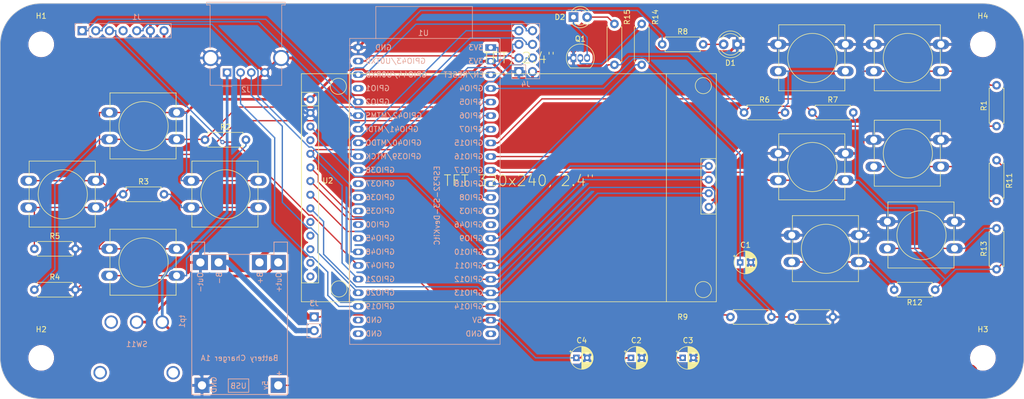
<source format=kicad_pcb>
(kicad_pcb (version 20221018) (generator pcbnew)
  (layers (0 "F.Cu" signal) (31 "B.Cu" signal) (34 "B.Paste" user) (35 "F.Paste" user) (36 "B.SilkS" user "B.Silkscreen") (37 "F.SilkS" user "F.Silkscreen") (38 "B.Mask" user) (39 "F.Mask" user) (44 "Edge.Cuts" user))
  (net 0 "")
  (net 2 "/BAT_CHARGE")
  (net 3 "Net-(tp1-5V)")
  (net 4 "/ESP_VCC")
  (net 5 "/I2S_LRC")
  (net 6 "/I2S_BCLK")
  (net 7 "/I2S_DIN")
  (net 9 "Net-(D2-K)")
  (net 10 "/C1101_GD00")
  (net 13 "/I2S_SD")
  (net 14 "/USB_D-")
  (net 15 "/USB_D+")
  (net 16 "/VBAT")
  (net 17 "/PAD_ADC")
  (net 18 "/MENU")
  (net 19 "/GP_Y")
  (net 20 "Net-(SW2A-D)")
  (net 21 "/GP_X")
  (net 22 "Net-(SW4A-D)")
  (net 25 "/VOL")
  (net 26 "/C1101_CS")
  (net 27 "/SPI3_SCK")
  (net 28 "/SPI3_MOSI")
  (net 30 "/SPI3_MISO")
  (net 31 "/C1101_GD02")
  (net 32 "Net-(SW8A-D)")
  (net 33 "/ACT_LED")
  (net 34 "Net-(SW9A-D)")
  (net 35 "Net-(SW10A-D)")
  (net 37 "Net-(SW11-B)")
  (net 38 "/TFT_DC")
  (net 39 "/SD_CS")
  (net 41 "/TFT_CS")
  (net 42 "/MOSI")
  (net 43 "/SCK")
  (net 44 "/MISO")
  (net 45 "/TFT_LED")
  (net 52 "GND")
  (net 53 "Net-(D1-A)")
  (net 54 "/+3.3V")
  (net 56 "Net-(D2-A)")
  (net 57 "Net-(Q1-B)")
  (net 58 "/IR")
  (net 63 "Net-(J3-Pin_2)")
  (footprint "MountingHole:MountingHole_4.3mm_M4" (layer "F.Cu") (at 223.52 88.9)
    (fp_text reference "H3")
    (fp_text value "MountingHole")
  )
  (footprint "MountingHole:MountingHole_4.3mm_M4" (layer "F.Cu") (at 223.52 30.48)
    (fp_text reference "H4")
    (fp_text value "MountingHole")
  )
  (footprint "MountingHole:MountingHole_4.3mm_M4" (layer "F.Cu") (at 48.26 30.48)
    (fp_text reference "H1")
    (fp_text value "MountingHole")
  )
  (footprint "Resistor_THT:R_Axial_DIN0207_L6.3mm_D2.5mm_P7.62mm_Horizontal" (layer "F.Cu") (at 163.83 30.48)
    (fp_text reference "R8")
    (fp_text value "10K")
  )
  (footprint "Resistor_THT:R_Axial_DIN0207_L6.3mm_D2.5mm_P7.62mm_Horizontal" (layer "F.Cu") (at 214.63 76.2 180)
    (fp_text reference "R12")
    (fp_text value "10K")
  )
  (footprint "Button_Switch_THT:SW_PUSH-12mm" (layer "F.Cu") (at 60.96 43.18)
    (fp_text reference "SW1" hide)
    (fp_text value "SW_Push_Dual_UP")
  )
  (footprint "Button_Switch_THT:SW_PUSH-12mm" (layer "F.Cu") (at 187.96 66.04)
    (fp_text reference "SW9" hide)
    (fp_text value "SW_Push_Dual_BTN_B")
  )
  (footprint "Resistor_THT:R_Axial_DIN0207_L6.3mm_D2.5mm_P7.62mm_Horizontal" (layer "F.Cu") (at 176.53 81.28)
    (fp_text reference "R9")
    (fp_text value "100K")
  )
  (footprint "footprints:TFT-320x240" (layer "F.Cu") (at 96.685 57.2 -90)
    (fp_text reference "U2")
    (fp_text value "TFT_320x240")
  )
  (footprint "Resistor_THT:R_Axial_DIN0207_L6.3mm_D2.5mm_P7.62mm_Horizontal" (layer "F.Cu") (at 46.99 76.2)
    (fp_text reference "R4")
    (fp_text value "10K")
  )
  (footprint "Package_TO_SOT_THT:TO-92_Inline" (layer "F.Cu") (at 147.32 33.02)
    (fp_text reference "Q1")
    (fp_text value "2N3904")
  )
  (footprint "Resistor_THT:R_Axial_DIN0207_L6.3mm_D2.5mm_P7.62mm_Horizontal" (layer "F.Cu") (at 63.5 58.42)
    (fp_text reference "R3")
    (fp_text value "10K")
  )
  (footprint "Button_Switch_THT:SW_PUSH-12mm" (layer "F.Cu") (at 203.2 48.26)
    (fp_text reference "SW8" hide)
    (fp_text value "SW_Push_Dual_START")
  )
  (footprint "Resistor_THT:R_Axial_DIN0207_L6.3mm_D2.5mm_P7.62mm_Horizontal" (layer "F.Cu") (at 191.77 43.18)
    (fp_text reference "R7")
    (fp_text value "10K")
  )
  (footprint "Button_Switch_THT:SW_PUSH-12mm" (layer "F.Cu") (at 60.96 68.58)
    (fp_text reference "SW2" hide)
    (fp_text value "SW_Push_Dual_DOWN")
  )
  (footprint "Resistor_THT:R_Axial_DIN0207_L6.3mm_D2.5mm_P7.62mm_Horizontal" (layer "F.Cu") (at 226.06 45.72 90)
    (fp_text reference "R1")
    (fp_text value "10K")
  )
  (footprint "Resistor_THT:R_Axial_DIN0207_L6.3mm_D2.5mm_P7.62mm_Horizontal" (layer "F.Cu") (at 226.06 52.07 -90)
    (fp_text reference "R11")
    (fp_text value "5K")
  )
  (footprint "Resistor_THT:R_Axial_DIN0207_L6.3mm_D2.5mm_P7.62mm_Horizontal" (layer "F.Cu") (at 187.96 81.28)
    (fp_text reference "R10" hide)
    (fp_text value "100K")
  )
  (footprint "Capacitor_THT:CP_Radial_D4.0mm_P2.00mm" (layer "F.Cu") (at 158.02 88.9)
    (fp_text reference "C2")
    (fp_text value "4.7u")
  )
  (footprint "Resistor_THT:R_Axial_DIN0207_L6.3mm_D2.5mm_P7.62mm_Horizontal" (layer "F.Cu") (at 179.07 43.18)
    (fp_text reference "R6")
    (fp_text value "10K")
  )
  (footprint "Button_Switch_THT:SW_PUSH-12mm" (layer "F.Cu") (at 203.2 30.48)
    (fp_text reference "SW5" hide)
    (fp_text value "SW_Push_Dual_MENU")
  )
  (footprint "Resistor_THT:R_Axial_DIN0207_L6.3mm_D2.5mm_P7.62mm_Horizontal" (layer "F.Cu") (at 78.74 48.26)
    (fp_text reference "R2")
    (fp_text value "10K")
  )
  (footprint "LED_THT:LED_D3.0mm_IRBlack" (layer "F.Cu") (at 147.32 25.4)
    (fp_text reference "D2")
    (fp_text value "SFH4346")
  )
  (footprint "Button_Switch_THT:SW_PUSH-12mm" (layer "F.Cu") (at 185.42 30.48)
    (fp_text reference "SW6" hide)
    (fp_text value "SW_Push_VOLUME")
  )
  (footprint "Button_Switch_THT:SW_PUSH-12mm" (layer "F.Cu") (at 76.2 55.88)
    (fp_text reference "SW4" hide)
    (fp_text value "SW_Push_Dual_RIGHT")
  )
  (footprint "Resistor_THT:R_Axial_DIN0207_L6.3mm_D2.5mm_P7.62mm_Horizontal" (layer "F.Cu") (at 46.99 68.58)
    (fp_text reference "R5")
    (fp_text value "10K")
  )
  (footprint "Capacitor_THT:CP_Radial_D4.0mm_P2.00mm" (layer "F.Cu") (at 147.86 88.9)
    (fp_text reference "C4")
    (fp_text value "100nF")
  )
  (footprint "MountingHole:MountingHole_4.3mm_M4" (layer "F.Cu") (at 48.26 88.9)
    (fp_text reference "H2")
    (fp_text value "MountingHole")
  )
  (footprint "LED_THT:LED_D4.0mm" (layer "F.Cu") (at 177.8 30.48 180)
    (fp_text reference "D1")
    (fp_text value "LED")
  )
  (footprint "Capacitor_THT:CP_Radial_D4.0mm_P2.00mm" (layer "F.Cu") (at 178.34 71.12)
    (fp_text reference "C1")
    (fp_text value "100nF")
  )
  (footprint "Resistor_THT:R_Axial_DIN0207_L6.3mm_D2.5mm_P7.62mm_Horizontal" (layer "F.Cu") (at 154.94 26.67 -90)
    (fp_text reference "R15")
    (fp_text value "20")
  )
  (footprint "Resistor_THT:R_Axial_DIN0207_L6.3mm_D2.5mm_P7.62mm_Horizontal" (layer "F.Cu") (at 226.06 72.39 90)
    (fp_text reference "R13")
    (fp_text value "50K")
  )
  (footprint "Button_Switch_THT:SW_PUSH-12mm" (layer "F.Cu") (at 205.74 63.5)
    (fp_text reference "SW10" hide)
    (fp_text value "SW_Push_Dual_BTN_A")
  )
  (footprint "Button_Switch_THT:SW_PUSH-12mm" (layer "F.Cu") (at 45.92 55.88)
    (fp_text reference "SW3" hide)
    (fp_text value "SW_Push_Dual_LEFT")
  )
  (footprint "Capacitor_THT:CP_Radial_D4.0mm_P2.00mm" (layer "F.Cu") (at 167.64 88.9)
    (fp_text reference "C3")
    (fp_text value "1u")
  )
  (footprint "Button_Switch_THT:SW_PUSH-12mm" (layer "F.Cu") (at 185.42 50.8)
    (fp_text reference "SW7" hide)
    (fp_text value "SW_Push_Dual_SELECT" hide)
  )
  (footprint "Resistor_THT:R_Axial_DIN0207_L6.3mm_D2.5mm_P7.62mm_Horizontal" (layer "F.Cu") (at 160.02 26.67 -90)
    (fp_text reference "R14")
    (fp_text value "300")
  )
  (footprint "Connector_PinHeader_2.54mm:PinHeader_1x07_P2.54mm_Vertical" (layer "B.Cu") (at 55.88 27.94 -90)
    (fp_text reference "J1")
    (fp_text value "Conn_01x07_I2S")
  )
  (footprint "Connector_USB:USB_A_Molex_67643_Horizontal" (layer "B.Cu") (at 82.86 35.73)
    (fp_text reference "J2")
    (fp_text value "USB_A")
  )
  (footprint "footprints:TP4056-18650" (layer "B.Cu") (at 94.08 95.72 90)
    (fp_text reference "tp1")
    (fp_text value "~" hide)
  )
  (footprint "Connector_PinHeader_2.54mm:PinHeader_2x04_P2.54mm_Vertical" (layer "B.Cu") (at 137.16 35.56)
    (fp_text reference "J4")
    (fp_text value "Conn_02x04_C1101")
  )
  (footprint "Connector_PinHeader_2.54mm:PinHeader_1x02_P2.54mm_Vertical" (layer "B.Cu") (at 99.06 81.28 180)
    (fp_text reference "J3")
    (fp_text value "Conn_01x02")
  )
  (footprint "footprints:ESP32-S3-DevKitC-Ali" (layer "B.Cu") (at 132.08 30.48 180)
    (fp_text reference "U1")
    (fp_text value "ESP32-S3-DevKitC")
  )
  (footprint "Button_Switch_THT:Switch_Angled_5mm" (layer "B.Cu") (at 72.44 91.76 180)
    (fp_text reference "SW11")
    (fp_text value "SW_SPDT")
  )
  (gr_arc (start 231.14 88.9) (mid 228.908154 94.288154) (end 223.52 96.52) (stroke (width 0.1)) (layer "Edge.Cuts"))
  (gr_line (start 40.64 88.9) (end 40.64 30.48) (stroke (width 0.1)) (layer "Edge.Cuts"))
  (gr_line (start 231.14 30.48) (end 231.14 88.9) (stroke (width 0.1)) (layer "Edge.Cuts"))
  (gr_arc (start 40.64 30.48) (mid 42.871846 25.091846) (end 48.26 22.86) (stroke (width 0.1)) (layer "Edge.Cuts"))
  (gr_arc (start 48.26 96.52) (mid 42.871846 94.288154) (end 40.64 88.9) (stroke (width 0.1)) (layer "Edge.Cuts"))
  (gr_arc (start 223.52 22.86) (mid 228.908154 25.091846) (end 231.14 30.48) (stroke (width 0.1)) (layer "Edge.Cuts"))
  (gr_line (start 48.26 22.86) (end 223.52 22.86) (stroke (width 0.1)) (layer "Edge.Cuts"))
  (gr_line (start 223.52 96.52) (end 48.26 96.52) (stroke (width 0.1)) (layer "Edge.Cuts"))
  (gr_text "Ma®iunder One" (at 182.88 93.98) (layer "F.Cu") (effects (font (size 4 3.2) (thickness 0.64) bold) (justify left bottom)))
  (segment (start 187.96 81.28) (end 184.15 81.28) (width 0.25) (layer "F.Cu") (net 2))
  (segment (start 152.941 38.69) (end 158.477 33.1538) (width 0.25) (layer "B.Cu") (net 2))
  (segment (start 178.34 71.12) (end 178.34 74.3431) (width 0.25) (layer "B.Cu") (net 2))
  (segment (start 131.92 38.69) (end 152.941 38.69) (width 0.25) (layer "B.Cu") (net 2))
  (segment (start 158.477 33.1538) (end 160.48 33.1538) (width 0.25) (layer "B.Cu") (net 2))
  (segment (start 160.48 33.1538) (end 178.34 51.0143) (width 0.25) (layer "B.Cu") (net 2))
  (segment (start 178.34 51.0143) (end 178.34 71.12) (width 0.25) (layer "B.Cu") (net 2))
  (segment (start 178.34 74.3431) (end 184.15 80.1531) (width 0.25) (layer "B.Cu") (net 2))
  (segment (start 184.15 80.1531) (end 184.15 81.28) (width 0.25) (layer "B.Cu") (net 2))
  (segment (start 158.02 88.9) (end 157.093 88.9) (width 0.25) (layer "F.Cu") (net 3))
  (segment (start 151.973 94.02) (end 92.38 94.02) (width 0.25) (layer "F.Cu") (net 3))
  (segment (start 157.093 88.9) (end 151.973 94.02) (width 0.25) (layer "F.Cu") (net 3))
  (segment (start 166.713 88.9) (end 167.64 88.9) (width 0.25) (layer "F.Cu") (net 4))
  (segment (start 148.787 88.6393) (end 151.066 86.36) (width 0.25) (layer "F.Cu") (net 4))
  (segment (start 126.104 86.36) (end 130.597 81.8673) (width 0.5) (layer "F.Cu") (net 4))
  (segment (start 148.787 88.9) (end 148.787 88.6393) (width 0.25) (layer "F.Cu") (net 4))
  (segment (start 74.91 86.36) (end 126.104 86.36) (width 0.5) (layer "F.Cu") (net 4))
  (segment (start 130.597 81.8673) (end 131.9237 81.8673) (width 0.5) (layer "F.Cu") (net 4))
  (segment (start 164.173 86.36) (end 166.713 88.9) (width 0.25) (layer "F.Cu") (net 4))
  (segment (start 147.86 88.9) (end 148.787 88.9) (width 0.25) (layer "F.Cu") (net 4))
  (segment (start 151.066 86.36) (end 164.173 86.36) (width 0.25) (layer "F.Cu") (net 4))
  (segment (start 70.79 82.24) (end 74.91 86.36) (width 0.5) (layer "F.Cu") (net 4))
  (segment (start 82.86 61.856) (end 82.86 35.73) (width 0.5) (layer "B.Cu") (net 4))
  (segment (start 140.283 88.9) (end 147.86 88.9) (width 0.25) (layer "B.Cu") (net 4))
  (segment (start 70.79 82.24) (end 70.79 73.926) (width 0.5) (layer "B.Cu") (net 4))
  (segment (start 70.79 73.926) (end 71.486 73.23) (width 0.5) (layer "B.Cu") (net 4))
  (segment (start 72.511 72.205) (end 82.86 61.856) (width 0.5) (layer "B.Cu") (net 4))
  (segment (start 71.486 73.23) (end 71.486 73.0105) (width 0.5) (layer "B.Cu") (net 4))
  (segment (start 72.2915 72.205) (end 72.511 72.205) (width 0.5) (layer "B.Cu") (net 4))
  (segment (start 131.924 81.8673) (end 133.251 81.8673) (width 0.25) (layer "B.Cu") (net 4))
  (segment (start 71.486 73.0105) (end 72.2915 72.205) (width 0.5) (layer "B.Cu") (net 4))
  (segment (start 133.251 81.8673) (end 140.283 88.9) (width 0.25) (layer "B.Cu") (net 4))
  (segment (start 107.26 46.29) (end 108.591 44.9593) (width 0.25) (layer "B.Cu") (net 5))
  (segment (start 108.591 43.3315) (end 107.739 42.48) (width 0.25) (layer "B.Cu") (net 5))
  (segment (start 57.0569 27.5722) (end 57.0569 27.94) (width 0.25) (layer "B.Cu") (net 5))
  (segment (start 108.591 44.9593) (end 108.591 43.3315) (width 0.25) (layer "B.Cu") (net 5))
  (segment (start 106.73 42.48) (end 90.0462 25.7964) (width 0.25) (layer "B.Cu") (net 5))
  (segment (start 107.739 42.48) (end 106.73 42.48) (width 0.25) (layer "B.Cu") (net 5))
  (segment (start 90.0462 25.7964) (end 58.8327 25.7964) (width 0.25) (layer "B.Cu") (net 5))
  (segment (start 58.8327 25.7964) (end 57.0569 27.5722) (width 0.25) (layer "B.Cu") (net 5))
  (segment (start 57.0569 27.94) (end 55.88 27.94) (width 0.25) (layer "B.Cu") (net 5))
  (segment (start 107.26 43.75) (end 105.933 43.75) (width 0.25) (layer "B.Cu") (net 6))
  (segment (start 88.788 26.2732) (end 60.8979 26.2732) (width 0.25) (layer "B.Cu") (net 6))
  (segment (start 59.5969 27.94) (end 58.42 27.94) (width 0.25) (layer "B.Cu") (net 6))
  (segment (start 59.5969 27.5742) (end 59.5969 27.94) (width 0.25) (layer "B.Cu") (net 6))
  (segment (start 105.933 43.4183) (end 88.788 26.2732) (width 0.25) (layer "B.Cu") (net 6))
  (segment (start 105.933 43.75) (end 105.933 43.4183) (width 0.25) (layer "B.Cu") (net 6))
  (segment (start 60.8979 26.2732) (end 59.5969 27.5742) (width 0.25) (layer "B.Cu") (net 6))
  (segment (start 84.4613 48.6955) (end 82.0027 48.6955) (width 0.25) (layer "F.Cu") (net 7))
  (segment (start 98.0758 62.31) (end 84.4613 48.6955) (width 0.25) (layer "F.Cu") (net 7))
  (segment (start 104.14 68.58) (end 104.14 67.7959) (width 0.25) (layer "F.Cu") (net 7))
  (segment (start 98.6541 62.31) (end 98.0758 62.31) (width 0.25) (layer "F.Cu") (net 7))
  (segment (start 107.26 71.69) (end 107.25 71.69) (width 0.25) (layer "F.Cu") (net 7))
  (segment (start 107.25 71.69) (end 104.14 68.58) (width 0.25) (layer "F.Cu") (net 7))
  (segment (start 104.14 67.7959) (end 98.6541 62.31) (width 0.25) (layer "F.Cu") (net 7))
  (via (at 82.0027 48.6955) (size 0.8) (drill 0.4) (layers "F.Cu" "B.Cu") (net 7))
  (segment (start 62.1369 27.94) (end 60.96 27.94) (width 0.25) (layer "B.Cu") (net 7))
  (segment (start 62.1369 28.8297) (end 62.1369 27.94) (width 0.25) (layer "B.Cu") (net 7))
  (segment (start 82.0027 48.6955) (end 62.1369 28.8297) (width 0.25) (layer "B.Cu") (net 7))
  (segment (start 147.32 25.4) (end 147.32 26.6269) (width 0.25) (layer "B.Cu") (net 9))
  (segment (start 147.32 26.6269) (end 149.86 29.1669) (width 0.25) (layer "B.Cu") (net 9))
  (segment (start 149.86 29.1669) (end 149.86 33.02) (width 0.25) (layer "B.Cu") (net 9))
  (segment (start 109.555 32.6216) (end 135.585 32.6216) (width 0.25) (layer "F.Cu") (net 10))
  (segment (start 108.587 33.59) (end 109.555 32.6216) (width 0.25) (layer "F.Cu") (net 10))
  (segment (start 135.983 33.02) (end 137.16 33.02) (width 0.25) (layer "F.Cu") (net 10))
  (segment (start 135.585 32.6216) (end 135.983 33.02) (width 0.25) (layer "F.Cu") (net 10))
  (segment (start 107.26 33.59) (end 108.587 33.59) (width 0.25) (layer "F.Cu") (net 10))
  (segment (start 79.9949 26.7448) (end 68.0463 26.7448) (width 0.25) (layer "B.Cu") (net 13))
  (segment (start 98.6313 49.61) (end 98.0895 49.61) (width 0.25) (layer "B.Cu") (net 13))
  (segment (start 105.933 69.15) (end 105.933 56.9118) (width 0.25) (layer "B.Cu") (net 13))
  (segment (start 67.2169 27.5742) (end 67.2169 27.94) (width 0.25) (layer "B.Cu") (net 13))
  (segment (start 107.26 69.15) (end 105.933 69.15) (width 0.25) (layer "B.Cu") (net 13))
  (segment (start 88.61 40.1305) (end 88.61 35.3599) (width 0.25) (layer "B.Cu") (net 13))
  (segment (start 105.933 56.9118) (end 98.6313 49.61) (width 0.25) (layer "B.Cu") (net 13))
  (segment (start 98.0895 49.61) (end 88.61 40.1305) (width 0.25) (layer "B.Cu") (net 13))
  (segment (start 88.61 35.3599) (end 79.9949 26.7448) (width 0.25) (layer "B.Cu") (net 13))
  (segment (start 68.0463 26.7448) (end 67.2169 27.5742) (width 0.25) (layer "B.Cu") (net 13))
  (segment (start 67.2169 27.94) (end 66.04 27.94) (width 0.25) (layer "B.Cu") (net 13))
  (segment (start 91.7131 47.8837) (end 91.7131 63.5555) (width 0.25) (layer "B.Cu") (net 14))
  (segment (start 91.7131 63.5555) (end 98.2469 70.0893) (width 0.25) (layer "B.Cu") (net 14))
  (segment (start 98.7673 70.0893) (end 101.6 72.922) (width 0.25) (layer "B.Cu") (net 14))
  (segment (start 101.6 77.2551) (end 103.655 79.31) (width 0.25) (layer "B.Cu") (net 14))
  (segment (start 103.655 79.31) (end 107.26 79.31) (width 0.25) (layer "B.Cu") (net 14))
  (segment (start 85.36 41.5306) (end 91.7131 47.8837) (width 0.25) (layer "B.Cu") (net 14))
  (segment (start 101.6 72.922) (end 101.6 77.2551) (width 0.25) (layer "B.Cu") (net 14))
  (segment (start 85.36 35.73) (end 85.36 41.5306) (width 0.25) (layer "B.Cu") (net 14))
  (segment (start 98.2469 70.0893) (end 98.7673 70.0893) (width 0.25) (layer "B.Cu") (net 14))
  (segment (start 98.4912 64.7099) (end 99.7826 66.0013) (width 0.25) (layer "B.Cu") (net 15))
  (segment (start 87.36 39.9664) (end 93.1332 45.7396) (width 0.25) (layer "B.Cu") (net 15))
  (segment (start 93.1332 59.9031) (end 97.94 64.7099) (width 0.25) (layer "B.Cu") (net 15))
  (segment (start 99.7826 69.2926) (end 107.26 76.77) (width 0.25) (layer "B.Cu") (net 15))
  (segment (start 99.7826 66.0013) (end 99.7826 69.2926) (width 0.25) (layer "B.Cu") (net 15))
  (segment (start 97.94 64.7099) (end 98.4912 64.7099) (width 0.25) (layer "B.Cu") (net 15))
  (segment (start 93.1332 45.7396) (end 93.1332 59.9031) (width 0.25) (layer "B.Cu") (net 15))
  (segment (start 87.36 35.73) (end 87.36 39.9664) (width 0.25) (layer "B.Cu") (net 15))
  (segment (start 93.98 68.58) (end 90.72 68.58) (width 1) (layer "F.Cu") (net 16))
  (segment (start 99.06 81.28) (end 97.96 81.28) (width 1) (layer "F.Cu") (net 16))
  (segment (start 88.88 70.42) (end 88.88 71.12) (width 1) (layer "F.Cu") (net 16))
  (segment (start 100.237 81.28) (end 99.06 81.28) (width 0.25) (layer "F.Cu") (net 16))
  (segment (start 96.52 71.12) (end 93.98 68.58) (width 1) (layer "F.Cu") (net 16))
  (segment (start 100.612 80.905) (end 100.237 81.28) (width 0.25) (layer "F.Cu") (net 16))
  (segment (start 176.53 81.28) (end 176.155 80.905) (width 0.25) (layer "F.Cu") (net 16))
  (segment (start 97.96 81.28) (end 96.52 79.84) (width 1) (layer "F.Cu") (net 16))
  (segment (start 90.72 68.58) (end 88.88 70.42) (width 1) (layer "F.Cu") (net 16))
  (segment (start 96.52 79.84) (end 96.52 71.12) (width 1) (layer "F.Cu") (net 16))
  (segment (start 176.155 80.905) (end 100.612 80.905) (width 0.25) (layer "F.Cu") (net 16))
  (segment (start 228.6 54.61) (end 228.6 69.85) (width 0.25) (layer "F.Cu") (net 17))
  (segment (start 185.42 55.8) (end 183.569 55.8) (width 0.25) (layer "F.Cu") (net 17))
  (segment (start 197.92 55.8) (end 185.42 55.8) (width 0.25) (layer "F.Cu") (net 17))
  (segment (start 133.247 53.93) (end 131.92 53.93) (width 0.25) (layer "F.Cu") (net 17))
  (segment (start 182.083 54.3142) (end 133.631 54.3142) (width 0.25) (layer "F.Cu") (net 17))
  (segment (start 226.06 52.07) (end 228.6 54.61) (width 0.25) (layer "F.Cu") (net 17))
  (segment (start 228.6 69.85) (end 226.06 72.39) (width 0.25) (layer "F.Cu") (net 17))
  (segment (start 183.569 55.8) (end 182.083 54.3142) (width 0.25) (layer "F.Cu") (net 17))
  (segment (start 133.631 54.3142) (end 133.247 53.93) (width 0.25) (layer "F.Cu") (net 17))
  (segment (start 210.82 60.96) (end 210.82 68.58) (width 0.25) (layer "B.Cu") (net 17))
  (segment (start 199.39 44.3069) (end 199.39 43.18) (width 0.25) (layer "B.Cu") (net 17))
  (segment (start 197.92 55.8) (end 199.771 55.8) (width 0.25) (layer "B.Cu") (net 17))
  (segment (start 200.407 55.8) (end 205.567 60.96) (width 0.25) (layer "B.Cu") (net 17))
  (segment (start 218.44 72.39) (end 216.535 74.2952) (width 0.25) (layer "B.Cu") (net 17))
  (segment (start 216.535 74.2952) (end 214.63 76.2) (width 0.25) (layer "B.Cu") (net 17))
  (segment (start 210.82 68.58) (end 216.535 74.2948) (width 0.25) (layer "B.Cu") (net 17))
  (segment (start 205.567 60.96) (end 210.82 60.96) (width 0.25) (layer "B.Cu") (net 17))
  (segment (start 199.771 55.8) (end 199.771 44.6878) (width 0.25) (layer "B.Cu") (net 17))
  (segment (start 199.771 55.8) (end 200.407 55.8) (width 0.25) (layer "B.Cu") (net 17))
  (segment (start 199.771 44.6878) (end 199.39 44.3069) (width 0.25) (layer "B.Cu") (net 17))
  (segment (start 216.535 74.2948) (end 216.535 74.2952) (width 0.25) (layer "B.Cu") (net 17))
  (segment (start 226.06 72.39) (end 218.44 72.39) (width 0.25) (layer "B.Cu") (net 17))
  (segment (start 141.457 40.64) (end 196.189 40.64) (width 0.25) (layer "F.Cu") (net 18))
  (segment (start 201.349 35.48) (end 203.2 35.48) (width 0.25) (layer "F.Cu") (net 18))
  (segment (start 222.313 35.48) (end 224.933 38.1) (width 0.25) (layer "F.Cu") (net 18))
  (segment (start 131.92 48.85) (end 133.247 48.85) (width 0.25) (layer "F.Cu") (net 18))
  (segment (start 215.7 35.48) (end 222.313 35.48) (width 0.25) (layer "F.Cu") (net 18))
  (segment (start 224.933 38.1) (end 226.06 38.1) (width 0.25) (layer "F.Cu") (net 18))
  (segment (start 203.2 35.48) (end 215.7 35.48) (width 0.25) (layer "F.Cu") (net 18))
  (segment (start 196.189 40.64) (end 201.349 35.48) (width 0.25) (layer "F.Cu") (net 18))
  (segment (start 133.247 48.85) (end 141.457 40.64) (width 0.25) (layer "F.Cu") (net 18))
  (segment (start 73.46 48.18) (end 60.96 48.18) (width 0.25) (layer "F.Cu") (net 19))
  (segment (start 129.656 42.1674) (end 84.7526 42.1674) (width 0.25) (layer "F.Cu") (net 19))
  (segment (start 78.74 48.18) (end 73.46 48.18) (width 0.25) (layer "F.Cu") (net 19))
  (segment (start 84.7526 42.1674) (end 78.74 48.18) (width 0.25) (layer "F.Cu") (net 19))
  (segment (start 78.74 48.18) (end 78.74 48.26) (width 0.25) (layer "F.Cu") (net 19))
  (segment (start 131.92 41.23) (end 130.593 41.23) (width 0.25) (layer "F.Cu") (net 19))
  (segment (start 130.593 41.23) (end 129.656 42.1674) (width 0.25) (layer "F.Cu") (net 19))
  (segment (start 50.8 72.39) (end 46.99 76.2) (width 0.25) (layer "B.Cu") (net 19))
  (segment (start 60.96 48.18) (end 59.1091 48.18) (width 0.25) (layer "B.Cu") (net 19))
  (segment (start 59.1091 48.18) (end 50.8 56.4891) (width 0.25) (layer "B.Cu") (net 19))
  (segment (start 50.8 56.4891) (end 50.8 72.39) (width 0.25) (layer "B.Cu") (net 19))
  (segment (start 73.46 73.58) (end 60.96 73.58) (width 0.25) (layer "F.Cu") (net 20))
  (segment (start 83.82 61.8659) (end 75.3109 70.375) (width 0.25) (layer "B.Cu") (net 20))
  (segment (start 86.36 48.26) (end 86.36 49.3869) (width 0.25) (layer "B.Cu") (net 20))
  (segment (start 83.82 51.9269) (end 83.82 61.8659) (width 0.25) (layer "B.Cu") (net 20))
  (segment (start 75.3109 73.58) (end 73.46 73.58) (width 0.25) (layer "B.Cu") (net 20))
  (segment (start 75.3109 70.375) (end 75.3109 73.58) (width 0.25) (layer "B.Cu") (net 20))
  (segment (start 86.36 49.3869) (end 83.82 51.9269) (width 0.25) (layer "B.Cu") (net 20))
  (segment (start 84.8848 44.7074) (end 78.6062 50.986) (width 0.25) (layer "F.Cu") (net 21))
  (segment (start 70.934 50.986) (end 63.5 58.42) (width 0.25) (layer "F.Cu") (net 21))
  (segment (start 78.6062 50.986) (end 70.934 50.986) (width 0.25) (layer "F.Cu") (net 21))
  (segment (start 129.656 44.7074) (end 84.8848 44.7074) (width 0.25) (layer "F.Cu") (net 21))
  (segment (start 46.99 60.88) (end 58.42 60.88) (width 0.25) (layer "F.Cu") (net 21))
  (segment (start 130.593 43.77) (end 129.656 44.7074) (width 0.25) (layer "F.Cu") (net 21))
  (segment (start 46.99 60.88) (end 46.99 68.58) (width 0.25) (layer "F.Cu") (net 21))
  (segment (start 45.92 60.88) (end 46.99 60.88) (width 0.25) (layer "F.Cu") (net 21))
  (segment (start 131.92 43.77) (end 130.593 43.77) (width 0.25) (layer "F.Cu") (net 21))
  (segment (start 62.7309 58.42) (end 63.5 58.42) (width 0.25) (layer "B.Cu") (net 21))
  (segment (start 60.2709 60.88) (end 62.7309 58.42) (width 0.25) (layer "B.Cu") (net 21))
  (segment (start 58.42 60.88) (end 60.2709 60.88) (width 0.25) (layer "B.Cu") (net 21))
  (segment (start 88.7 60.88) (end 76.2 60.88) (width 0.25) (layer "F.Cu") (net 22))
  (segment (start 76.2 60.88) (end 74.3491 60.88) (width 0.25) (layer "B.Cu") (net 22))
  (segment (start 74.3491 60.88) (end 74.3491 60.5222) (width 0.25) (layer "B.Cu") (net 22))
  (segment (start 72.2469 58.42) (end 71.12 58.42) (width 0.25) (layer "B.Cu") (net 22))
  (segment (start 74.3491 60.5222) (end 72.2469 58.42) (width 0.25) (layer "B.Cu") (net 22))
  (segment (start 177.353 51.39) (end 131.92 51.39) (width 0.25) (layer "F.Cu") (net 25))
  (segment (start 185.563 43.18) (end 177.353 51.39) (width 0.25) (layer "F.Cu") (net 25))
  (segment (start 186.69 43.18) (end 185.563 43.18) (width 0.25) (layer "F.Cu") (net 25))
  (segment (start 187.271 41.4722) (end 187.271 35.48) (width 0.25) (layer "B.Cu") (net 25))
  (segment (start 185.42 35.48) (end 187.271 35.48) (width 0.25) (layer "B.Cu") (net 25))
  (segment (start 186.69 43.18) (end 186.69 42.0531) (width 0.25) (layer "B.Cu") (net 25))
  (segment (start 186.69 42.0531) (end 187.271 41.4722) (width 0.25) (layer "B.Cu") (net 25))
  (segment (start 197.92 35.48) (end 187.271 35.48) (width 0.25) (layer "B.Cu") (net 25))
  (segment (start 130.593 59.01) (end 130.593 38.2599) (width 0.25) (layer "B.Cu") (net 26))
  (segment (start 132.44 37.42) (end 135.57 34.29) (width 0.25) (layer "B.Cu") (net 26))
  (segment (start 138.523 33.02) (end 139.7 33.02) (width 0.25) (layer "B.Cu") (net 26))
  (segment (start 135.57 34.29) (end 137.619 34.29) (width 0.25) (layer "B.Cu") (net 26))
  (segment (start 137.619 34.29) (end 138.523 33.3858) (width 0.25) (layer "B.Cu") (net 26))
  (segment (start 131.433 37.42) (end 132.44 37.42) (width 0.25) (layer "B.Cu") (net 26))
  (segment (start 130.593 38.2599) (end 131.433 37.42) (width 0.25) (layer "B.Cu") (net 26))
  (segment (start 131.92 59.01) (end 130.593 59.01) (width 0.25) (layer "B.Cu") (net 26))
  (segment (start 138.523 33.3858) (end 138.523 33.02) (width 0.25) (layer "B.Cu") (net 26))
  (segment (start 107.26 53.91) (end 108.587 53.91) (width 0.25) (layer "B.Cu") (net 27))
  (segment (start 135.983 30.48) (end 137.16 30.48) (width 0.25) (layer "B.Cu") (net 27))
  (segment (start 132.733 34.8204) (end 135.983 31.5707) (width 0.25) (layer "B.Cu") (net 27))
  (segment (start 108.587 53.91) (end 127.676 34.8204) (width 0.25) (layer "B.Cu") (net 27))
  (segment (start 127.676 34.8204) (end 132.733 34.8204) (width 0.25) (layer "B.Cu") (net 27))
  (segment (start 135.983 31.5707) (end 135.983 30.48) (width 0.25) (layer "B.Cu") (net 27))
  (segment (start 107.26 48.83) (end 108.587 48.83) (width 0.25) (layer "B.Cu") (net 28))
  (segment (start 128.128 29.2894) (end 137.698 29.2894) (width 0.25) (layer "B.Cu") (net 28))
  (segment (start 138.523 30.48) (end 139.7 30.48) (width 0.25) (layer "B.Cu") (net 28))
  (segment (start 138.523 30.1142) (end 138.523 30.48) (width 0.25) (layer "B.Cu") (net 28))
  (segment (start 137.698 29.2894) (end 138.523 30.1142) (width 0.25) (layer "B.Cu") (net 28))
  (segment (start 108.587 48.83) (end 128.128 29.2894) (width 0.25) (layer "B.Cu") (net 28))
  (segment (start 105.933 48.4299) (end 106.803 47.56) (width 0.25) (layer "B.Cu") (net 30))
  (segment (start 105.933 51.37) (end 105.933 48.4299) (width 0.25) (layer "B.Cu") (net 30))
  (segment (start 127.336 27.94) (end 137.16 27.94) (width 0.25) (layer "B.Cu") (net 30))
  (segment (start 107.716 47.56) (end 127.336 27.94) (width 0.25) (layer "B.Cu") (net 30))
  (segment (start 106.803 47.56) (end 107.716 47.56) (width 0.25) (layer "B.Cu") (net 30))
  (segment (start 107.26 51.37) (end 105.933 51.37) (width 0.25) (layer "B.Cu") (net 30))
  (segment (start 108.587 36.13) (end 107.26 36.13) (width 0.25) (layer "B.Cu") (net 31))
  (segment (start 138.523 27.94) (end 138.523 27.5742) (width 0.25) (layer "B.Cu") (net 31))
  (segment (start 139.7 27.94) (end 138.523 27.94) (width 0.25) (layer "B.Cu") (net 31))
  (segment (start 137.662 26.7135) (end 118.003 26.7135) (width 0.25) (layer "B.Cu") (net 31))
  (segment (start 118.003 26.7135) (end 108.587 36.13) (width 0.25) (layer "B.Cu") (net 31))
  (segment (start 138.523 27.5742) (end 137.662 26.7135) (width 0.25) (layer "B.Cu") (net 31))
  (segment (start 218.503 53.26) (end 224.933 59.69) (width 0.25) (layer "F.Cu") (net 32))
  (segment (start 215.7 53.26) (end 218.503 53.26) (width 0.25) (layer "F.Cu") (net 32))
  (segment (start 224.933 59.69) (end 226.06 59.69) (width 0.25) (layer "F.Cu") (net 32))
  (segment (start 203.2 53.26) (end 215.7 53.26) (width 0.25) (layer "F.Cu") (net 32))
  (segment (start 106.741 34.86) (end 108.194 34.86) (width 0.25) (layer "B.Cu") (net 33))
  (segment (start 163.83 28.8003) (end 163.83 30.48) (width 0.25) (layer "B.Cu") (net 33))
  (segment (start 159.198 24.1679) (end 163.83 28.8003) (width 0.25) (layer "B.Cu") (net 33))
  (segment (start 107.26 41.21) (end 105.9 39.8502) (width 0.25) (layer "B.Cu") (net 33))
  (segment (start 105.9 39.8502) (end 105.9 35.7012) (width 0.25) (layer "B.Cu") (net 33))
  (segment (start 105.9 35.7012) (end 106.741 34.86) (width 0.25) (layer "B.Cu") (net 33))
  (segment (start 108.194 34.86) (end 118.886 24.1679) (width 0.25) (layer "B.Cu") (net 33))
  (segment (start 118.886 24.1679) (end 159.198 24.1679) (width 0.25) (layer "B.Cu") (net 33))
  (segment (start 187.96 71.04) (end 200.46 71.04) (width 0.25) (layer "F.Cu") (net 34))
  (segment (start 206.344 75.0731) (end 202.311 71.04) (width 0.25) (layer "B.Cu") (net 34))
  (segment (start 207.01 76.2) (end 207.01 75.0731) (width 0.25) (layer "B.Cu") (net 34))
  (segment (start 202.311 71.04) (end 200.46 71.04) (width 0.25) (layer "B.Cu") (net 34))
  (segment (start 207.01 75.0731) (end 206.344 75.0731) (width 0.25) (layer "B.Cu") (net 34))
  (segment (start 205.74 68.5) (end 218.24 68.5) (width 0.25) (layer "F.Cu") (net 35))
  (segment (start 220.091 68.5) (end 223.821 64.77) (width 0.25) (layer "B.Cu") (net 35))
  (segment (start 218.24 68.5) (end 220.091 68.5) (width 0.25) (layer "B.Cu") (net 35))
  (segment (start 223.821 64.77) (end 226.06 64.77) (width 0.25) (layer "B.Cu") (net 35))
  (segment (start 76.3578 73.66) (end 89.84 73.66) (width 0.5) (layer "F.Cu") (net 37))
  (segment (start 67.7778 82.24) (end 76.3578 73.66) (width 0.5) (layer "F.Cu") (net 37))
  (segment (start 89.84 73.66) (end 92.38 71.12) (width 0.5) (layer "F.Cu") (net 37))
  (segment (start 66.01 82.24) (end 67.7778 82.24) (width 0.5) (layer "F.Cu") (net 37))
  (segment (start 130.593 46.31) (end 131.92 46.31) (width 0.25) (layer "F.Cu") (net 38))
  (segment (start 99.135 50.1) (end 126.803 50.1) (width 0.25) (layer "F.Cu") (net 38))
  (segment (start 98.355 50.88) (end 99.135 50.1) (width 0.25) (layer "F.Cu") (net 38))
  (segment (start 126.803 50.1) (end 130.593 46.31) (width 0.25) (layer "F.Cu") (net 38))
  (segment (start 107.26 74.23) (end 104.258 71.2279) (width 0.25) (layer "B.Cu") (net 38))
  (segment (start 104.258 71.2279) (end 104.258 56.7829) (width 0.25) (layer "B.Cu") (net 38))
  (segment (start 104.258 56.7829) (end 98.355 50.88) (width 0.25) (layer "B.Cu") (net 38))
  (segment (start 131.92 66.63) (end 133.247 66.63) (width 0.25) (layer "B.Cu") (net 39))
  (segment (start 133.247 66.63) (end 146.727 53.15) (width 0.25) (layer "B.Cu") (net 39))
  (segment (start 146.727 53.15) (end 172.495 53.15) (width 0.25) (layer "B.Cu") (net 39))
  (segment (start 106.586 55.0504) (end 99.8196 48.2837) (width 0.25) (layer "B.Cu") (net 41))
  (segment (start 99.8196 47.2646) (end 98.355 45.8) (width 0.25) (layer "B.Cu") (net 41))
  (segment (start 116.474 55.0504) (end 106.586 55.0504) (width 0.25) (layer "B.Cu") (net 41))
  (segment (start 130.593 69.17) (end 116.474 55.0504) (width 0.25) (layer "B.Cu") (net 41))
  (segment (start 99.8196 48.2837) (end 99.8196 47.2646) (width 0.25) (layer "B.Cu") (net 41))
  (segment (start 131.92 69.17) (end 130.593 69.17) (width 0.25) (layer "B.Cu") (net 41))
  (segment (start 99.8196 56.1247) (end 99.8196 54.8846) (width 0.25) (layer "F.Cu") (net 42))
  (segment (start 118.475 71.71) (end 109.393 62.6277) (width 0.25) (layer "F.Cu") (net 42))
  (segment (start 99.8196 54.8846) (end 98.355 53.42) (width 0.25) (layer "F.Cu") (net 42))
  (segment (start 109.393 62.6277) (end 106.323 62.6277) (width 0.25) (layer "F.Cu") (net 42))
  (segment (start 131.92 71.71) (end 118.475 71.71) (width 0.25) (layer "F.Cu") (net 42))
  (segment (start 106.323 62.6277) (end 99.8196 56.1247) (width 0.25) (layer "F.Cu") (net 42))
  (segment (start 149.267 55.69) (end 172.495 55.69) (width 0.25) (layer "B.Cu") (net 42))
  (segment (start 133.247 71.71) (end 149.267 55.69) (width 0.25) (layer "B.Cu") (net 42))
  (segment (start 131.92 71.71) (end 133.247 71.71) (width 0.25) (layer "B.Cu") (net 42))
  (segment (start 120.19 74.25) (end 109.02 63.0796) (width 0.25) (layer "F.Cu") (net 43))
  (segment (start 105.475 63.0796) (end 98.355 55.96) (width 0.25) (layer "F.Cu") (net 43))
  (segment (start 131.92 74.25) (end 120.19 74.25) (width 0.25) (layer "F.Cu") (net 43))
  (segment (start 109.02 63.0796) (end 105.475 63.0796) (width 0.25) (layer "F.Cu") (net 43))
  (segment (start 131.92 74.25) (end 133.247 74.25) (width 0.25) (layer "B.Cu") (net 43))
  (segment (start 150.357 57.1402) (end 172.962 57.1402) (width 0.25) (layer "B.Cu") (net 43))
  (segment (start 133.247 74.25) (end 150.357 57.1402) (width 0.25) (layer "B.Cu") (net 43))
  (segment (start 173.583 57.7618) (end 173.583 59.6817) (width 0.25) (layer "B.Cu") (net 43))
  (segment (start 172.962 57.1402) (end 173.583 57.7618) (width 0.25) (layer "B.Cu") (net 43))
  (segment (start 173.583 59.6817) (end 172.495 60.77) (width 0.25) (layer "B.Cu") (net 43))
  (segment (start 151.807 58.23) (end 133.247 76.79) (width 0.25) (layer "B.Cu") (net 44))
  (segment (start 98.355 61.04) (end 100.814 63.4991) (width 0.25) (layer "B.Cu") (net 44))
  (segment (start 172.495 58.23) (end 151.807 58.23) (width 0.25) (layer "B.Cu") (net 44))
  (segment (start 100.814 69.59) (end 106.883 75.6593) (width 0.25) (layer "B.Cu") (net 44))
  (segment (start 106.883 75.6593) (end 129.462 75.6593) (width 0.25) (layer "B.Cu") (net 44))
  (segment (start 100.814 63.4991) (end 100.814 69.59) (width 0.25) (layer "B.Cu") (net 44))
  (segment (start 130.593 76.79) (end 131.92 76.79) (width 0.25) (layer "B.Cu") (net 44))
  (segment (start 129.462 75.6593) (end 130.593 76.79) (width 0.25) (layer "B.Cu") (net 44))
  (segment (start 133.247 76.79) (end 131.92 76.79) (width 0.25) (layer "B.Cu") (net 44))
  (segment (start 109.358 65.34) (end 105.195 65.34) (width 0.25) (layer "F.Cu") (net 45))
  (segment (start 131.9237 79.3273) (end 123.345 79.3273) (width 0.25) (layer "F.Cu") (net 45))
  (segment (start 123.345 79.3273) (end 109.358 65.34) (width 0.25) (layer "F.Cu") (net 45))
  (segment (start 105.195 65.34) (end 98.355 58.5) (width 0.25) (layer "F.Cu") (net 45))
  (segment (start 92.57 33.02) (end 89.86 35.73) (width 0.5) (layer "F.Cu") (net 52))
  (segment (start 55.88 68.7231) (end 55.7369 68.58) (width 0.25) (layer "F.Cu") (net 52))
  (segment (start 215.7 48.26) (end 203.2 48.26) (width 0.25) (layer "F.Cu") (net 52))
  (segment (start 162.062 30.48) (end 148.783 30.48) (width 0.5) (layer "F.Cu") (net 52))
  (segment (start 180.34 83.82) (end 180.34 71.12) (width 0.25) (layer "F.Cu") (net 52))
  (segment (start 77.88 71.12) (end 58.2769 71.12) (width 0.25) (layer "F.Cu") (net 52))
  (segment (start 54.7531 76.2) (end 55.88 75.0731) (width 0.25) (layer "F.Cu") (net 52))
  (segment (start 147.32 33.02) (end 147.32 32.0065) (width 0.5) (layer "F.Cu") (net 52))
  (segment (start 107.26 31.05) (end 105.933 31.05) (width 0.5) (layer "F.Cu") (net 52))
  (segment (start 92.93 33.02) (end 92.57 33.02) (width 0.25) (layer "F.Cu") (net 52))
  (segment (start 197.92 50.8) (end 199.771 50.8) (width 0.25) (layer "F.Cu") (net 52))
  (segment (start 87.15 33.02) (end 89.86 35.73) (width 0.5) (layer "F.Cu") (net 52))
  (segment (start 201.349 48.26) (end 203.2 48.26) (width 0.25) (layer "F.Cu") (net 52))
  (segment (start 79.79 33.02) (end 87.15 33.02) (width 0.5) (layer "F.Cu") (net 52))
  (segment (start 147.32 32.0065) (end 147.32 31.9431) (width 0.25) (layer "F.Cu") (net 52))
  (segment (start 201.349 49.2218) (end 201.349 48.26) (width 0.25) (layer "F.Cu") (net 52))
  (segment (start 185.42 30.48) (end 197.92 30.48) (width 0.25) (layer "F.Cu") (net 52))
  (segment (start 54.61 76.2) (end 54.7531 76.2) (width 0.25) (layer "F.Cu") (net 52))
  (segment (start 105.933 31.05) (end 103.963 33.02) (width 0.5) (layer "F.Cu") (net 52))
  (segment (start 147.32 31.9431) (end 140.777 25.4) (width 0.5) (layer "F.Cu") (net 52))
  (segment (start 176.45 31.83) (end 163.412 31.83) (width 0.5) (layer "F.Cu") (net 52))
  (segment (start 103.963 33.02) (end 92.93 33.02) (width 0.5) (layer "F.Cu") (net 52))
  (segment (start 215.7 30.48) (end 203.2 30.48) (width 0.25) (layer "F.Cu") (net 52))
  (segment (start 55.7369 68.58) (end 54.61 68.58) (width 0.25) (layer "F.Cu") (net 52))
  (segment (start 175.26 88.9) (end 180.34 83.82) (width 0.25) (layer "F.Cu") (net 52))
  (segment (start 169.64 88.9) (end 175.26 88.9) (width 0.25) (layer "F.Cu") (net 52))
  (segment (start 177.8 30.48) (end 176.45 31.83) (width 0.5) (layer "F.Cu") (net 52))
  (segment (start 199.771 50.8) (end 201.349 49.2218) (width 0.25) (layer "F.Cu") (net 52))
  (segment (start 163.412 31.83) (end 162.062 30.48) (width 0.5) (layer "F.Cu") (net 52))
  (segment (start 112.91 25.4) (end 107.26 31.05) (width 0.5) (layer "F.Cu") (net 52))
  (segment (start 55.88 75.0731) (end 55.88 68.7231) (width 0.25) (layer "F.Cu") (net 52))
  (segment (start 177.8 30.48) (end 185.42 30.48) (width 0.25) (layer "F.Cu") (net 52))
  (segment (start 148.783 30.48) (end 147.32 31.9431) (width 0.5) (layer "F.Cu") (net 52))
  (segment (start 218.24 63.5) (end 205.74 63.5) (width 0.25) (layer "F.Cu") (net 52))
  (segment (start 140.777 25.4) (end 112.91 25.4) (width 0.5) (layer "F.Cu") (net 52))
  (segment (start 201.349 32.0582) (end 200.56 31.2691) (width 0.25) (layer "B.Cu") (net 52))
  (segment (start 150.787 89.8269) (end 159.093 89.8269) (width 0.25) (layer "B.Cu") (net 52))
  (segment (start 77.88 69.3931) (end 77.88 71.12) (width 0.5) (layer "B.Cu") (net 52))
  (segment (start 149.86 88.9) (end 150.787 89.8269) (width 0.25) (layer "B.Cu") (net 52))
  (segment (start 166.453 89.3748) (end 166.453 89.3749) (width 0.25) (layer "B.Cu") (net 52))
  (segment (start 137.16 35.56) (end 138.337 35.56) (width 0.5) (layer "B.Cu") (net 52))
  (segment (start 187.96 66.04) (end 185.42 66.04) (width 0.25) (layer "B.Cu") (net 52))
  (segment (start 200.46 66.04) (end 201.386 66.04) (width 0.25) (layer "B.Cu") (net 52))
  (segment (start 187.96 66.04) (end 195.58 66.04) (width 0.25) (layer "B.Cu") (net 52))
  (segment (start 199.771 30.48) (end 200.56 31.2691) (width 0.25) (layer "B.Cu") (net 52))
  (segment (start 160.02 88.9) (end 160.495 89.3748) (width 0.25) (layer "B.Cu") (net 52))
  (segment (start 201.349 48.26) (end 201.349 32.0582) (width 0.25) (layer "B.Cu") (net 52))
  (segment (start 201.349 30.48) (end 203.2 30.48) (width 0.25) (layer "B.Cu") (net 52))
  (segment (start 89.86 35.73) (end 97.39 43.26) (width 0.5) (layer "B.Cu") (net 52))
  (segment (start 97.39 43.26) (end 98.355 43.26) (width 0.5) (layer "B.Cu") (net 52))
  (segment (start 83.7022 33.02) (end 84.11 33.4278) (width 0.5) (layer "B.Cu") (net 52))
  (segment (start 78.18 94.02) (end 78.18 92.2931) (width 0.5) (layer "B.Cu") (net 52))
  (segment (start 147.32 91.44) (end 80.76 91.44) (width 0.5) (layer "B.Cu") (net 52))
  (segment (start 80.76 91.44) (end 78.18 94.02) (width 0.5) (layer "B.Cu") (net 52))
  (segment (start 88.9 52.5802) (end 86.36 55.1202) (width 0.5) (layer "B.Cu") (net 52))
  (segment (start 185.42 50.8) (end 187.271 50.8) (width 0.25) (layer "B.Cu") (net 52))
  (segment (start 168.713 89.8269) (end 169.64 88.9) (width 0.25) (layer "B.Cu") (net 52))
  (segment (start 86.36 55.1202) (end 86.36 60.9131) (width 0.5) (layer "B.Cu") (net 52))
  (segment (start 185.42 66.04) (end 180.34 71.12) (width 0.25) (layer "B.Cu") (net 52))
  (segment (start 139.162 36.86) (end 142.628 36.86) (width 0.5) (layer "B.Cu") (net 52))
  (segment (start 68.58 27.94) (end 68.58 29.3031) (width 0.5) (layer "B.Cu") (net 52))
  (segment (start 166.453 89.3749) (end 166.905 89.8269) (width 0.25) (layer "B.Cu") (net 52))
  (segment (start 203.2 48.26) (end 201.349 48.26) (width 0.25) (layer "B.Cu") (net 52))
  (segment (start 79.79 33.02) (end 83.7022 33.02) (width 0.5) (layer "B.Cu") (net 52))
  (segment (start 71.9311 30.48) (end 74.4711 33.02) (width 0.5) (layer "B.Cu") (net 52))
  (segment (start 138.337 36.0354) (end 139.162 36.86) (width 0.5) (layer "B.Cu") (net 52))
  (segment (start 201.386 66.04) (end 203.889 63.5364) (width 0.25) (layer "B.Cu") (net 52))
  (segment (start 160.495 89.3748) (end 166.453 89.3748) (width 0.25) (layer "B.Cu") (net 52))
  (segment (start 138.337 35.56) (end 138.337 36.0354) (width 0.5) (layer "B.Cu") (net 52))
  (segment (start 142.628 36.86) (end 146.468 33.02) (width 0.5) (layer "B.Cu") (net 52))
  (segment (start 195.58 66.04) (end 195.58 81.28) (width 0.25) (layer "B.Cu") (net 52))
  (segment (start 84.11 33.4278) (end 84.11 42.3078) (width 0.5) (layer "B.Cu") (net 52))
  (segment (start 78.18 92.2931) (end 77.88 91.9931) (width 0.5) (layer "B.Cu") (net 52))
  (segment (start 197.92 50.8) (end 187.271 50.8) (width 0.25) (layer "B.Cu") (net 52))
  (segment (start 203.889 63.5) (end 205.74 63.5) (width 0.25) (layer "B.Cu") (net 52))
  (segment (start 187.96 51.489) (end 187.271 50.8) (width 0.25) (layer "B.Cu") (net 52))
  (segment (start 84.11 42.3078) (end 88.9 47.0978) (width 0.5) (layer "B.Cu") (net 52))
  (segment (start 197.92 30.48) (end 199.771 30.48) (width 0.25) (layer "B.Cu") (net 52))
  (segment (start 149.86 88.9) (end 147.32 91.44) (width 0.5) (layer "B.Cu") (net 52))
  (segment (start 69.7569 30.48) (end 71.9311 30.48) (width 0.5) (layer "B.Cu") (net 52))
  (segment (start 159.093 89.8269) (end 160.02 88.9) (width 0.25) (layer "B.Cu") (net 52))
  (segment (start 166.905 89.8269) (end 168.713 89.8269) (width 0.25) (layer "B.Cu") (net 52))
  (segment (start 88.9 47.0978) (end 88.9 52.5802) (width 0.5) (layer "B.Cu") (net 52))
  (segment (start 203.889 63.5364) (end 203.889 63.5) (width 0.25) (layer "B.Cu") (net 52))
  (segment (start 68.58 29.3031) (end 69.7569 30.48) (width 0.5) (layer "B.Cu") (net 52))
  (segment (start 146.468 33.02) (end 147.32 33.02) (width 0.5) (layer "B.Cu") (net 52))
  (segment (start 200.46 66.04) (end 201.386 66.04) (width 0.25) (layer "B.Cu") (net 52))
  (segment (start 187.96 66.04) (end 187.96 51.489) (width 0.25) (layer "B.Cu") (net 52))
  (segment (start 74.4711 33.02) (end 79.79 33.02) (width 0.5) (layer "B.Cu") (net 52))
  (segment (start 86.36 60.9131) (end 77.88 69.3931) (width 0.5) (layer "B.Cu") (net 52))
  (segment (start 77.88 91.9931) (end 77.88 71.12) (width 0.5) (layer "B.Cu") (net 52))
  (segment (start 200.56 31.2691) (end 201.349 30.48) (width 0.25) (layer "B.Cu") (net 52))
  (segment (start 195.58 66.04) (end 200.46 66.04) (width 0.25) (layer "B.Cu") (net 52))
  (segment (start 175.26 30.48) (end 171.45 30.48) (width 0.25) (layer "F.Cu") (net 53))
  (segment (start 226.06 45.72) (end 194.31 45.72) (width 0.25) (layer "F.Cu") (net 54))
  (segment (start 194.31 45.72) (end 191.77 43.18) (width 0.25) (layer "F.Cu") (net 54))
  (segment (start 154.94 34.29) (end 153.813 34.29) (width 0.25) (layer "F.Cu") (net 54))
  (segment (start 135.17 36.86) (end 131.92 33.61) (width 0.5) (layer "F.Cu") (net 54))
  (segment (start 180.236 42.0141) (end 190.604 42.0141) (width 0.25) (layer "F.Cu") (net 54))
  (segment (start 106.3 35.205) (end 103.87 35.205) (width 0.5) (layer "F.Cu") (net 54))
  (segment (start 59.3455 55.88) (end 60.3314 56.8659) (width 0.25) (layer "F.Cu") (net 54))
  (segment (start 139.575 36.86) (end 135.17 36.86) (width 0.5) (layer "F.Cu") (net 54))
  (segment (start 71.12 27.94) (end 71.12 34.0691) (width 0.5) (layer "F.Cu") (net 54))
  (segment (start 108.095 35.08) (end 106.425 35.08) (width 0.5) (layer "F.Cu") (net 54))
  (segment (start 152.543 35.56) (end 139.7 35.56) (width 0.25) (layer "F.Cu") (net 54))
  (segment (start 190.604 42.0141) (end 191.77 43.18) (width 0.25) (layer "F.Cu") (net 54))
  (segment (start 103.87 35.205) (end 98.355 40.72) (width 0.5) (layer "F.Cu") (net 54))
  (segment (start 59.1091 68.58) (end 60.96 68.58) (width 0.25) (layer "F.Cu") (net 54))
  (segment (start 60.3314 66.8392) (end 59.1091 68.0615) (width 0.25) (layer "F.Cu") (net 54))
  (segment (start 59.1091 68.0615) (end 59.1091 68.58) (width 0.25) (layer "F.Cu") (net 54))
  (segment (start 179.07 43.18) (end 180.236 42.0141) (width 0.25) (layer "F.Cu") (net 54))
  (segment (start 98.355 40.72) (end 77.7709 40.72) (width 0.5) (layer "F.Cu") (net 54))
  (segment (start 139.7 35.56) (end 139.7 36.735) (width 0.5) (layer "F.Cu") (net 54))
  (segment (start 130.593 33.61) (end 128.643 35.56) (width 0.5) (layer "F.Cu") (net 54))
  (segment (start 58.42 55.88) (end 59.3455 55.88) (width 0.25) (layer "F.Cu") (net 54))
  (segment (start 139.7 36.735) (end 139.575 36.86) (width 0.5) (layer "F.Cu") (net 54))
  (segment (start 128.643 35.56) (end 108.575 35.56) (width 0.5) (layer "F.Cu") (net 54))
  (segment (start 88.7 55.88) (end 76.2 55.88) (width 0.25) (layer "F.Cu") (net 54))
  (segment (start 73.46 43.18) (end 60.96 43.18) (width 0.25) (layer "F.Cu") (net 54))
  (segment (start 131.92 33.61) (end 130.593 33.61) (width 0.5) (layer "F.Cu") (net 54))
  (segment (start 73.46 43.18) (end 75.3109 43.18) (width 0.5) (layer "F.Cu") (net 54))
  (segment (start 60.96 43.18) (end 59.1091 43.18) (width 0.25) (layer "F.Cu") (net 54))
  (segment (start 106.425 35.08) (end 106.3 35.205) (width 0.5) (layer "F.Cu") (net 54))
  (segment (start 59.1091 43.18) (end 59.1091 55.1909) (width 0.25) (layer "F.Cu") (net 54))
  (segment (start 153.813 34.29) (end 152.543 35.56) (width 0.25) (layer "F.Cu") (net 54))
  (segment (start 58.42 55.88) (end 45.92 55.88) (width 0.25) (layer "F.Cu") (net 54))
  (segment (start 60.3314 56.8659) (end 60.3314 66.8392) (width 0.25) (layer "F.Cu") (net 54))
  (segment (start 71.12 34.0691) (end 77.7709 40.72) (width 0.5) (layer "F.Cu") (net 54))
  (segment (start 108.575 35.56) (end 108.095 35.08) (width 0.5) (layer "F.Cu") (net 54))
  (segment (start 75.3109 43.18) (end 77.7709 40.72) (width 0.5) (layer "F.Cu") (net 54))
  (segment (start 59.1091 55.1909) (end 58.42 55.88) (width 0.25) (layer "F.Cu") (net 54))
  (segment (start 73.46 68.58) (end 60.96 68.58) (width 0.25) (layer "F.Cu") (net 54))
  (segment (start 75.3109 43.18) (end 75.3109 54.3997) (width 0.25) (layer "B.Cu") (net 54))
  (segment (start 131.92 31.07) (end 133.247 31.07) (width 0.25) (layer "B.Cu") (net 54))
  (segment (start 133.247 33.61) (end 131.92 33.61) (width 0.25) (layer "B.Cu") (net 54))
  (segment (start 74.3491 55.3615) (end 74.3491 55.88) (width 0.25) (layer "B.Cu") (net 54))
  (segment (start 157.656 32.7004) (end 156.067 34.29) (width 0.25) (layer "B.Cu") (net 54))
  (segment (start 156.067 34.29) (end 154.94 34.29) (width 0.25) (layer "B.Cu") (net 54))
  (segment (start 74.3491 55.88) (end 76.2 55.88) (width 0.25) (layer "B.Cu") (net 54))
  (segment (start 75.3109 54.3997) (end 74.3491 55.3615) (width 0.25) (layer "B.Cu") (net 54))
  (segment (start 133.247 31.07) (end 133.247 33.61) (width 0.25) (layer "B.Cu") (net 54))
  (segment (start 179.07 43.18) (end 168.59 32.7004) (width 0.25) (layer "B.Cu") (net 54))
  (segment (start 73.46 43.18) (end 75.3109 43.18) (width 0.25) (layer "B.Cu") (net 54))
  (segment (start 168.59 32.7004) (end 157.656 32.7004) (width 0.25) (layer "B.Cu") (net 54))
  (segment (start 149.86 25.4) (end 153.67 25.4) (width 0.25) (layer "F.Cu") (net 56))
  (segment (start 153.67 25.4) (end 154.94 26.67) (width 0.25) (layer "F.Cu") (net 56))
  (segment (start 148.59 33.02) (end 148.59 34.0969) (width 0.25) (layer "B.Cu") (net 57))
  (segment (start 148.59 34.0969) (end 152.593 34.0969) (width 0.25) (layer "B.Cu") (net 57))
  (segment (start 152.593 34.0969) (end 160.02 26.67) (width 0.25) (layer "B.Cu") (net 57))
  (segment (start 158.893 34.29) (end 160.02 34.29) (width 0.25) (layer "B.Cu") (net 58))
  (segment (start 136.713 56.47) (end 158.893 34.29) (width 0.25) (layer "B.Cu") (net 58))
  (segment (start 131.92 56.47) (end 136.713 56.47) (width 0.25) (layer "B.Cu") (net 58))
  (segment (start 95.7069 83.82) (end 96.7116 83.82) (width 1) (layer "B.Cu") (net 63))
  (segment (start 81.28 71.12) (end 83.0069 71.12) (width 1) (layer "B.Cu") (net 63))
  (segment (start 96.7116 83.82) (end 99.06 83.82) (width 1) (layer "B.Cu") (net 63))
  (segment (start 83.0069 71.12) (end 95.7069 83.82) (width 1) (layer "B.Cu") (net 63))
  (zone (net 52) (net_name "GND") (layers "F&B.Cu") (priority 2) (connect_pads (clearance 0.5)) (min_thickness 0.25) (fill yes (thermal_gap 0.5) (thermal_bridge_width 0.5))
    (polygon (pts (xy 40.64 22.86) (xy 40.64 96.52) (xy 231.14 96.52) (xy 231.14 22.86)))
  )
)
</source>
